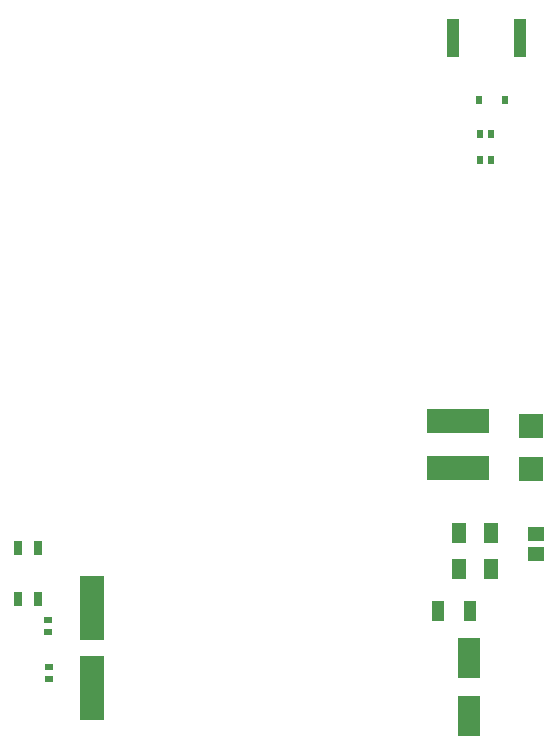
<source format=gtp>
G04*
G04 #@! TF.GenerationSoftware,Altium Limited,Altium Designer,23.1.1 (15)*
G04*
G04 Layer_Color=8421504*
%FSLAX44Y44*%
%MOMM*%
G71*
G04*
G04 #@! TF.SameCoordinates,4FD7E483-A0BE-4EFF-918D-63B1A9DD4886*
G04*
G04*
G04 #@! TF.FilePolarity,Positive*
G04*
G01*
G75*
%ADD19R,0.8000X1.2000*%
%ADD20R,0.6000X0.8000*%
%ADD21R,0.5800X0.6400*%
%ADD22R,2.0000X5.5000*%
%ADD23R,5.3200X2.0600*%
%ADD24R,1.2000X1.7000*%
%ADD25R,2.1000X2.0000*%
%ADD26R,1.1000X3.3000*%
%ADD27R,1.4000X1.2500*%
%ADD28R,1.1000X1.7000*%
%ADD29R,1.8500X3.4500*%
%ADD30R,0.6400X0.5800*%
D19*
X31000Y407750D02*
D03*
X48000D02*
D03*
X31000Y451500D02*
D03*
X48000D02*
D03*
D20*
X421500Y830250D02*
D03*
X443500D02*
D03*
D21*
X421950Y779500D02*
D03*
X431550D02*
D03*
X421950Y801500D02*
D03*
X431550D02*
D03*
D22*
X94000Y400500D02*
D03*
X94000Y333000D02*
D03*
D23*
X403500Y558450D02*
D03*
Y519050D02*
D03*
D24*
X404500Y433500D02*
D03*
X431500Y433500D02*
D03*
X431500Y463500D02*
D03*
X404500Y463500D02*
D03*
D25*
X465000Y518250D02*
D03*
Y554250D02*
D03*
D26*
X399000Y883250D02*
D03*
X456000D02*
D03*
D27*
X469500Y462750D02*
D03*
Y445750D02*
D03*
D28*
X413500Y398000D02*
D03*
X386500D02*
D03*
D29*
X412750Y309250D02*
D03*
Y358250D02*
D03*
D30*
X57250Y340700D02*
D03*
Y350300D02*
D03*
X56500Y380450D02*
D03*
Y390050D02*
D03*
M02*

</source>
